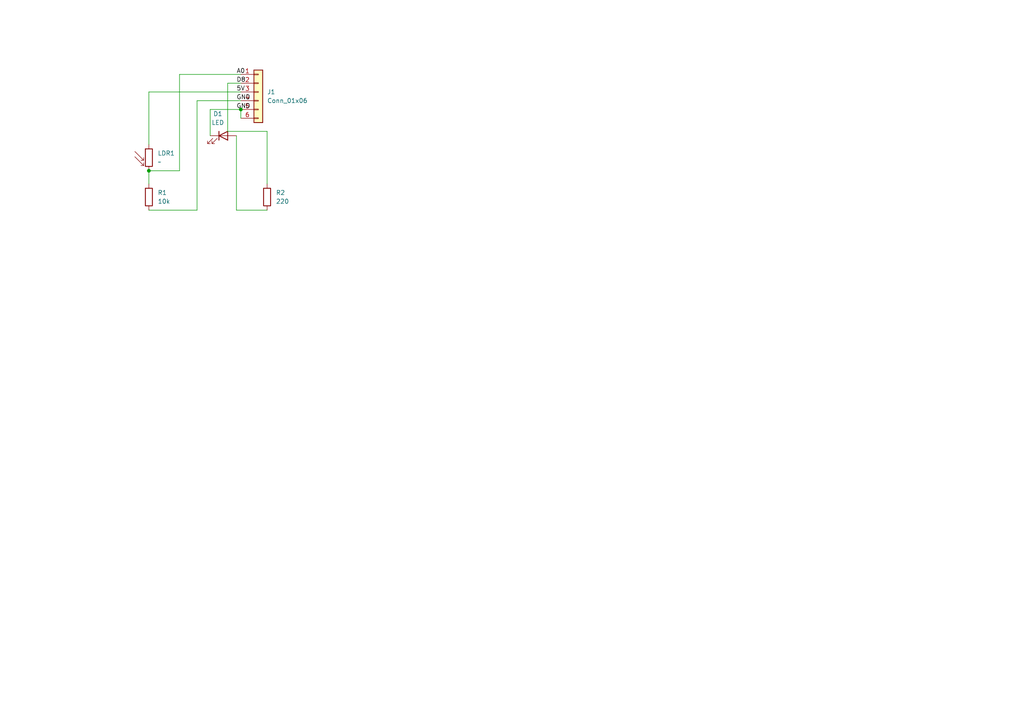
<source format=kicad_sch>
(kicad_sch (version 20250114) (generator "eeschema") (generator_version "9.0")
  (paper "A4")
  (lib_symbols
    (symbol "Connector_Generic:Conn_01x06" (pin_names (offset 1.016) (hide yes))
      (property "Reference" "J" (at 0 7.62 0))
      (property "Value" "Conn_01x06" (at 0 -10.16 0))
      (symbol "Conn_01x06_1_1"
        (rectangle (start -1.27 6.35) (end 1.27 -8.89) (stroke (width 0.254)) (fill (type background)))
        (rectangle (start -1.27 5.207) (end 0 4.953) (stroke (width 0.1524)))
        (rectangle (start -1.27 2.667) (end 0 2.413) (stroke (width 0.1524)))
        (rectangle (start -1.27 0.127) (end 0 -0.127) (stroke (width 0.1524)))
        (rectangle (start -1.27 -2.413) (end 0 -2.667) (stroke (width 0.1524)))
        (rectangle (start -1.27 -4.953) (end 0 -5.207) (stroke (width 0.1524)))
        (rectangle (start -1.27 -7.493) (end 0 -7.747) (stroke (width 0.1524)))
        (pin passive line (at -5.08 5.08 0) (length 3.81) (name "Pin_1") (number "1"))
        (pin passive line (at -5.08 2.54 0) (length 3.81) (name "Pin_2") (number "2"))
        (pin passive line (at -5.08 0 0) (length 3.81) (name "Pin_3") (number "3"))
        (pin passive line (at -5.08 -2.54 0) (length 3.81) (name "Pin_4") (number "4"))
        (pin passive line (at -5.08 -5.08 0) (length 3.81) (name "Pin_5") (number "5"))
        (pin passive line (at -5.08 -7.62 0) (length 3.81) (name "Pin_6") (number "6"))
      )
    )
    (symbol "Device:LED" (pin_numbers (hide yes)) (pin_names (offset 1.016) (hide yes))
      (property "Reference" "D" (at 0 2.54 0))
      (property "Value" "LED" (at 0 -2.54 0))
      (symbol "LED_0_1"
        (polyline (pts (xy -3.048 -0.762) (xy -4.572 -2.286) (xy -3.81 -2.286) (xy -4.572 -2.286) (xy -4.572 -1.524)))
        (polyline (pts (xy -1.778 -0.762) (xy -3.302 -2.286) (xy -2.54 -2.286) (xy -3.302 -2.286) (xy -3.302 -1.524)))
        (polyline (pts (xy -1.27 0) (xy 1.27 0)))
        (polyline (pts (xy -1.27 -1.27) (xy -1.27 1.27)) (stroke (width 0.254)))
        (polyline (pts (xy 1.27 -1.27) (xy 1.27 1.27) (xy -1.27 0) (xy 1.27 -1.27)) (stroke (width 0.254)))
      )
      (symbol "LED_1_1"
        (pin passive line (at -3.81 0 0) (length 2.54) (name "K") (number "1"))
        (pin passive line (at 3.81 0 180) (length 2.54) (name "A") (number "2"))
      )
    )
    (symbol "Device:R" (pin_numbers (hide yes)) (pin_names (offset 0))
      (property "Reference" "R" (at 2.032 0 90))
      (property "Value" "R" (at 0 0 90))
      (symbol "R_0_1"
        (rectangle (start -1.016 -2.54) (end 1.016 2.54) (stroke (width 0.254)))
      )
      (symbol "R_1_1"
        (pin passive line (at 0 3.81 270) (length 1.27) (name "~") (number "1"))
        (pin passive line (at 0 -3.81 90) (length 1.27) (name "~") (number "2"))
      )
    )
    (symbol "Device:R_Photo" (pin_numbers (hide yes)) (pin_names (offset 0))
      (property "Reference" "R" (at 1.27 1.27 0))
      (property "Value" "R_Photo" (at 1.27 0 0))
      (symbol "R_Photo_0_1"
        (polyline (pts (xy -1.524 -0.762) (xy -4.064 1.778)))
        (polyline (pts (xy -1.524 -0.762) (xy -2.286 -0.762)))
        (polyline (pts (xy -1.524 -0.762) (xy -1.524 0)))
        (polyline (pts (xy -1.524 -2.286) (xy -4.064 0.254)))
        (polyline (pts (xy -1.524 -2.286) (xy -2.286 -2.286)))
        (polyline (pts (xy -1.524 -2.286) (xy -1.524 -1.524)))
        (rectangle (start -1.016 2.54) (end 1.016 -2.54) (stroke (width 0.254)))
      )
      (symbol "R_Photo_1_1"
        (pin passive line (at 0 3.81 270) (length 1.27) (name "~") (number "1"))
        (pin passive line (at 0 -3.81 90) (length 1.27) (name "~") (number "2"))
      )
    )
  )
  (junction (at 43.18 49.53))
  (junction (at 69.85 31.75))
  (wire (pts (xy 52.07 21.59) (xy 69.85 21.59)))
  (wire (pts (xy 52.07 49.53) (xy 43.18 49.53)))
  (wire (pts (xy 57.15 60.96) (xy 57.15 29.21)))
  (wire (pts (xy 43.18 49.53) (xy 43.18 53.34)))
  (wire (pts (xy 57.15 29.21) (xy 69.85 29.21)))
  (wire (pts (xy 60.96 31.75) (xy 69.85 31.75)))
  (wire (pts (xy 43.18 26.67) (xy 69.85 26.67)))
  (wire (pts (xy 77.47 38.1) (xy 77.47 53.34)))
  (wire (pts (xy 68.58 60.96) (xy 68.58 39.37)))
  (wire (pts (xy 43.18 26.67) (xy 43.18 41.91)))
  (wire (pts (xy 60.96 39.37) (xy 60.96 31.75)))
  (wire (pts (xy 69.85 31.75) (xy 69.85 34.29)))
  (wire (pts (xy 66.04 38.1) (xy 66.04 24.13)))
  (wire (pts (xy 43.18 60.96) (xy 57.15 60.96)))
  (wire (pts (xy 66.04 24.13) (xy 69.85 24.13)))
  (wire (pts (xy 77.47 38.1) (xy 66.04 38.1)))
  (wire (pts (xy 77.47 60.96) (xy 68.58 60.96)))
  (wire (pts (xy 52.07 21.59) (xy 52.07 49.53)))
  (label "GND" (at 68.58 31.75 0))
  (label "A0" (at 68.58 21.59 0))
  (label "D8" (at 68.58 24.13 0))
  (label "5V" (at 68.58 26.67 0))
  (label "GND" (at 68.58 29.21 0))
  (symbol (lib_id "Connector_Generic:Conn_01x06") (at 74.93 26.67 0) (unit 1)
    (property "Reference" "J1" (at 77.47 26.6699 0) (effects (justify left)))
    (property "Value" "Conn_01x06" (at 77.47 29.2099 0) (effects (justify left)))
    (property "Footprint" "Connector_PinHeader_2.54mm:PinHeader_1x06_P2.54mm_Horizontal" (effects (hide yes)))
    (property "Description" "Generic connector, single row, 01x06, script generated (kicad-library-utils/schlib/autogen/connector/)" (effects (hide yes)))
  )
  (symbol (lib_id "Device:LED") (at 64.77 39.37 0) (unit 1)
    (property "Reference" "D1" (at 63.1825 33.02 0))
    (property "Value" "LED" (at 63.1825 35.56 0))
    (property "Footprint" "LED_THT:LED_D3.0mm" (effects (hide yes)))
    (property "Description" "Light emitting diode" (effects (hide yes)))
    (property "Sim.Pins" "1=K 2=A" (effects (hide yes)))
  )
  (symbol (lib_id "Device:R_Photo") (at 43.18 45.72 0) (unit 1)
    (property "Reference" "LDR1" (at 45.72 44.4499 0) (effects (justify left)))
    (property "Value" "~" (at 45.72 46.9899 0) (effects (justify left)))
    (property "Footprint" "Device:Generic_THT_2pin" (effects (hide yes)))
    (property "Description" "Photoresistor" (effects (hide yes)))
  )
  (symbol (lib_id "Device:R") (at 77.47 57.15 0) (unit 1)
    (property "Reference" "R2" (at 80.01 55.8799 0) (effects (justify left)))
    (property "Value" "220" (at 80.01 58.4199 0) (effects (justify left)))
    (property "Footprint" "Resistor_THT:R_Axial_DIN" (effects (hide yes)))
    (property "Description" "Resistor" (effects (hide yes)))
  )
  (symbol (lib_id "Device:R") (at 43.18 57.15 0) (unit 1)
    (property "Reference" "R1" (at 45.72 55.8799 0) (effects (justify left)))
    (property "Value" "10k" (at 45.72 58.4199 0) (effects (justify left)))
    (property "Footprint" "Resistor_THT:R_Axial_DIN" (effects (hide yes)))
    (property "Description" "Resistor" (effects (hide yes)))
  )
)
</source>
